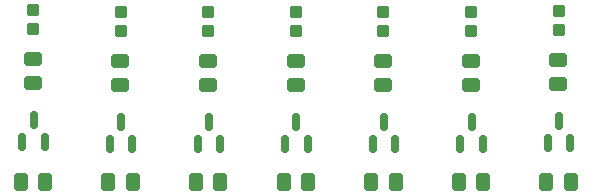
<source format=gbr>
%TF.GenerationSoftware,KiCad,Pcbnew,9.0.4*%
%TF.CreationDate,2025-10-30T20:58:22-05:00*%
%TF.ProjectId,TEST,54455354-2e6b-4696-9361-645f70636258,rev?*%
%TF.SameCoordinates,Original*%
%TF.FileFunction,Paste,Top*%
%TF.FilePolarity,Positive*%
%FSLAX46Y46*%
G04 Gerber Fmt 4.6, Leading zero omitted, Abs format (unit mm)*
G04 Created by KiCad (PCBNEW 9.0.4) date 2025-10-30 20:58:22*
%MOMM*%
%LPD*%
G01*
G04 APERTURE LIST*
G04 Aperture macros list*
%AMRoundRect*
0 Rectangle with rounded corners*
0 $1 Rounding radius*
0 $2 $3 $4 $5 $6 $7 $8 $9 X,Y pos of 4 corners*
0 Add a 4 corners polygon primitive as box body*
4,1,4,$2,$3,$4,$5,$6,$7,$8,$9,$2,$3,0*
0 Add four circle primitives for the rounded corners*
1,1,$1+$1,$2,$3*
1,1,$1+$1,$4,$5*
1,1,$1+$1,$6,$7*
1,1,$1+$1,$8,$9*
0 Add four rect primitives between the rounded corners*
20,1,$1+$1,$2,$3,$4,$5,0*
20,1,$1+$1,$4,$5,$6,$7,0*
20,1,$1+$1,$6,$7,$8,$9,0*
20,1,$1+$1,$8,$9,$2,$3,0*%
G04 Aperture macros list end*
%ADD10RoundRect,0.150000X0.150000X-0.587500X0.150000X0.587500X-0.150000X0.587500X-0.150000X-0.587500X0*%
%ADD11RoundRect,0.168750X-0.393750X-0.593750X0.393750X-0.593750X0.393750X0.593750X-0.393750X0.593750X0*%
%ADD12RoundRect,0.168750X-0.593750X0.393750X-0.593750X-0.393750X0.593750X-0.393750X0.593750X0.393750X0*%
%ADD13RoundRect,0.150000X0.400000X-0.350000X0.400000X0.350000X-0.400000X0.350000X-0.400000X-0.350000X0*%
G04 APERTURE END LIST*
D10*
%TO.C,Q3*%
X130080833Y-71627500D03*
X131980833Y-71627500D03*
X131030833Y-69752500D03*
%TD*%
%TO.C,Q4*%
X137497500Y-71627500D03*
X139397500Y-71627500D03*
X138447500Y-69752500D03*
%TD*%
%TO.C,Q7*%
X159747500Y-71527500D03*
X161647500Y-71527500D03*
X160697500Y-69652500D03*
%TD*%
%TO.C,Q6*%
X152330833Y-71627500D03*
X154230833Y-71627500D03*
X153280833Y-69752500D03*
%TD*%
D11*
%TO.C,R1*%
X115112500Y-74850000D03*
X117187500Y-74850000D03*
%TD*%
D12*
%TO.C,R10*%
X145796667Y-64552500D03*
X145796667Y-66627500D03*
%TD*%
D13*
%TO.C,D1*%
X116150000Y-61900000D03*
X116150000Y-60300000D03*
%TD*%
D12*
%TO.C,R2*%
X116130000Y-64402500D03*
X116130000Y-66477500D03*
%TD*%
D11*
%TO.C,R5*%
X129945833Y-74850000D03*
X132020833Y-74850000D03*
%TD*%
D12*
%TO.C,R8*%
X138380000Y-64552500D03*
X138380000Y-66627500D03*
%TD*%
D13*
%TO.C,D5*%
X145816667Y-62050000D03*
X145816667Y-60450000D03*
%TD*%
%TO.C,D7*%
X160650000Y-61950000D03*
X160650000Y-60350000D03*
%TD*%
%TO.C,D4*%
X138400000Y-62050000D03*
X138400000Y-60450000D03*
%TD*%
D12*
%TO.C,R4*%
X123546667Y-64552500D03*
X123546667Y-66627500D03*
%TD*%
%TO.C,R6*%
X130963333Y-64552500D03*
X130963333Y-66627500D03*
%TD*%
D11*
%TO.C,R9*%
X144779167Y-74850000D03*
X146854167Y-74850000D03*
%TD*%
%TO.C,R11*%
X152195833Y-74850000D03*
X154270833Y-74850000D03*
%TD*%
D13*
%TO.C,D3*%
X130983333Y-62050000D03*
X130983333Y-60450000D03*
%TD*%
%TO.C,D6*%
X153233333Y-62050000D03*
X153233333Y-60450000D03*
%TD*%
D10*
%TO.C,Q2*%
X122664167Y-71627500D03*
X124564167Y-71627500D03*
X123614167Y-69752500D03*
%TD*%
%TO.C,Q1*%
X115247500Y-71477500D03*
X117147500Y-71477500D03*
X116197500Y-69602500D03*
%TD*%
D12*
%TO.C,R12*%
X153213333Y-64552500D03*
X153213333Y-66627500D03*
%TD*%
D11*
%TO.C,R3*%
X122529167Y-74850000D03*
X124604167Y-74850000D03*
%TD*%
D13*
%TO.C,D2*%
X123566667Y-62050000D03*
X123566667Y-60450000D03*
%TD*%
D11*
%TO.C,R7*%
X137362500Y-74850000D03*
X139437500Y-74850000D03*
%TD*%
D10*
%TO.C,Q5*%
X144914167Y-71627500D03*
X146814167Y-71627500D03*
X145864167Y-69752500D03*
%TD*%
D12*
%TO.C,R14*%
X160630000Y-64452500D03*
X160630000Y-66527500D03*
%TD*%
D11*
%TO.C,R13*%
X159612500Y-74850000D03*
X161687500Y-74850000D03*
%TD*%
M02*

</source>
